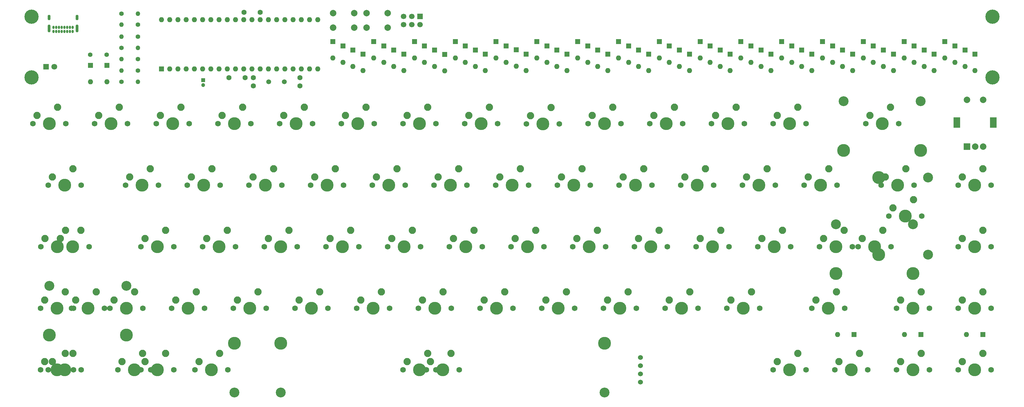
<source format=gbr>
G04 #@! TF.GenerationSoftware,KiCad,Pcbnew,(5.1.7)-1*
G04 #@! TF.CreationDate,2020-12-23T20:22:58-05:00*
G04 #@! TF.ProjectId,Ganjing 65,47616e6a-696e-4672-9036-352e6b696361,rev?*
G04 #@! TF.SameCoordinates,Original*
G04 #@! TF.FileFunction,Soldermask,Bot*
G04 #@! TF.FilePolarity,Negative*
%FSLAX46Y46*%
G04 Gerber Fmt 4.6, Leading zero omitted, Abs format (unit mm)*
G04 Created by KiCad (PCBNEW (5.1.7)-1) date 2020-12-23 20:22:58*
%MOMM*%
%LPD*%
G01*
G04 APERTURE LIST*
%ADD10C,2.250000*%
%ADD11C,3.987800*%
%ADD12C,1.750000*%
%ADD13C,3.048000*%
%ADD14C,2.000000*%
%ADD15O,1.400000X1.400000*%
%ADD16C,1.400000*%
%ADD17O,0.650000X1.000000*%
%ADD18O,0.900000X2.400000*%
%ADD19O,0.900000X1.700000*%
%ADD20R,1.700000X1.700000*%
%ADD21C,1.700000*%
%ADD22C,1.524000*%
%ADD23C,1.500000*%
%ADD24O,1.600000X1.600000*%
%ADD25R,1.600000X1.600000*%
%ADD26C,4.400000*%
%ADD27R,2.000000X2.000000*%
%ADD28R,2.000000X3.200000*%
%ADD29C,1.800000*%
%ADD30R,1.800000X1.800000*%
%ADD31R,1.200000X1.200000*%
%ADD32C,1.200000*%
%ADD33C,1.600000*%
G04 APERTURE END LIST*
D10*
X185896250Y-204470000D03*
D11*
X183356250Y-209550000D03*
D10*
X179546250Y-207010000D03*
D12*
X178276250Y-209550000D03*
X188436250Y-209550000D03*
D13*
X126206250Y-216535000D03*
X240506250Y-216535000D03*
D11*
X126206250Y-201295000D03*
X240506250Y-201295000D03*
D10*
X335915000Y-156845000D03*
D11*
X333375000Y-161925000D03*
D10*
X329565000Y-159385000D03*
D12*
X328295000Y-161925000D03*
X338455000Y-161925000D03*
D13*
X340360000Y-173863000D03*
X340360000Y-149987000D03*
D11*
X325120000Y-173863000D03*
X325120000Y-149987000D03*
D10*
X193040000Y-204470000D03*
D11*
X190500000Y-209550000D03*
D10*
X186690000Y-207010000D03*
D12*
X185420000Y-209550000D03*
X195580000Y-209550000D03*
D13*
X140500100Y-216535000D03*
X240499900Y-216535000D03*
D11*
X140500100Y-201295000D03*
X240499900Y-201295000D03*
D14*
X173500000Y-99100000D03*
X173500000Y-103600000D03*
X167000000Y-99100000D03*
X167000000Y-103600000D03*
X163200000Y-99100000D03*
X163200000Y-103600000D03*
X156700000Y-99100000D03*
X156700000Y-103600000D03*
D15*
X96380000Y-120400000D03*
D16*
X91300000Y-120400000D03*
D15*
X91320000Y-116900000D03*
D16*
X96400000Y-116900000D03*
D15*
X91320000Y-113400000D03*
D16*
X96400000Y-113400000D03*
D15*
X96380000Y-109900000D03*
D16*
X91300000Y-109900000D03*
D15*
X91320000Y-106400000D03*
D16*
X96400000Y-106400000D03*
D15*
X91320000Y-102700000D03*
D16*
X96400000Y-102700000D03*
D15*
X96380000Y-99300000D03*
D16*
X91300000Y-99300000D03*
D17*
X74525000Y-104850000D03*
X76225000Y-104850000D03*
X75375000Y-104850000D03*
X73675000Y-104850000D03*
X72825000Y-104850000D03*
X71975000Y-104850000D03*
X71125000Y-104850000D03*
X70275000Y-104850000D03*
X76225000Y-103525000D03*
X75370000Y-103525000D03*
X74520000Y-103525000D03*
X73670000Y-103525000D03*
X72820000Y-103525000D03*
X71970000Y-103525000D03*
X71120000Y-103525000D03*
X70270000Y-103525000D03*
D18*
X77575000Y-103870000D03*
X68925000Y-103870000D03*
D19*
X77575000Y-100490000D03*
X68925000Y-100490000D03*
D20*
X183540000Y-100130000D03*
D21*
X183540000Y-102670000D03*
X181000000Y-100130000D03*
X181000000Y-102670000D03*
X178460000Y-100130000D03*
X178460000Y-102670000D03*
D22*
X251581250Y-213360000D03*
X251581250Y-210820000D03*
X251581250Y-208280000D03*
X251581250Y-205740000D03*
D23*
X141640000Y-120400000D03*
X136760000Y-120400000D03*
D24*
X156600000Y-113000000D03*
D25*
X156600000Y-107920000D03*
D24*
X169200000Y-113000000D03*
D25*
X169200000Y-107920000D03*
D24*
X181800000Y-113000000D03*
D25*
X181800000Y-107920000D03*
D24*
X194400000Y-113000000D03*
D25*
X194400000Y-107920000D03*
D24*
X207000000Y-113000000D03*
D25*
X207000000Y-107920000D03*
D24*
X219600000Y-113000000D03*
D25*
X219600000Y-107920000D03*
D24*
X232200000Y-113000000D03*
D25*
X232200000Y-107920000D03*
D24*
X244800000Y-113000000D03*
D25*
X244800000Y-107920000D03*
D24*
X257400000Y-113000000D03*
D25*
X257400000Y-107920000D03*
D24*
X270000000Y-113000000D03*
D25*
X270000000Y-107920000D03*
D24*
X282600000Y-113000000D03*
D25*
X282600000Y-107920000D03*
D24*
X295200000Y-113050000D03*
D25*
X295200000Y-107970000D03*
D24*
X307800000Y-113050000D03*
D25*
X307800000Y-107970000D03*
D24*
X320400000Y-113050000D03*
D25*
X320400000Y-107970000D03*
D24*
X336100000Y-114350000D03*
D25*
X336100000Y-109270000D03*
D24*
X159700000Y-114350000D03*
D25*
X159700000Y-109270000D03*
D24*
X172300000Y-114350000D03*
D25*
X172300000Y-109270000D03*
D24*
X184900000Y-114350000D03*
D25*
X184900000Y-109270000D03*
D24*
X197500000Y-114350000D03*
D25*
X197500000Y-109270000D03*
D24*
X210100000Y-114350000D03*
D25*
X210100000Y-109270000D03*
D24*
X222700000Y-114380000D03*
D25*
X222700000Y-109300000D03*
D24*
X235300000Y-114350000D03*
D25*
X235300000Y-109270000D03*
D24*
X247900000Y-114350000D03*
D25*
X247900000Y-109270000D03*
D24*
X260500000Y-114350000D03*
D25*
X260500000Y-109270000D03*
D24*
X273100000Y-114350000D03*
D25*
X273100000Y-109270000D03*
D24*
X285700000Y-114350000D03*
D25*
X285700000Y-109270000D03*
D24*
X298300000Y-114350000D03*
D25*
X298300000Y-109270000D03*
D24*
X310900000Y-114350000D03*
D25*
X310900000Y-109270000D03*
D24*
X323500000Y-114350000D03*
D25*
X323500000Y-109270000D03*
D24*
X339200000Y-115650000D03*
D25*
X339200000Y-110570000D03*
D24*
X162800000Y-115650000D03*
D25*
X162800000Y-110570000D03*
D24*
X175400000Y-115650000D03*
D25*
X175400000Y-110570000D03*
D24*
X188000000Y-115650000D03*
D25*
X188000000Y-110570000D03*
D24*
X200600000Y-115650000D03*
D25*
X200600000Y-110570000D03*
D24*
X213200000Y-115550000D03*
D25*
X213200000Y-110470000D03*
D24*
X225800000Y-115650000D03*
D25*
X225800000Y-110570000D03*
D24*
X238400000Y-115650000D03*
D25*
X238400000Y-110570000D03*
D24*
X251000000Y-115650000D03*
D25*
X251000000Y-110570000D03*
D24*
X263600000Y-115650000D03*
D25*
X263600000Y-110570000D03*
D24*
X276200000Y-115650000D03*
D25*
X276200000Y-110570000D03*
D24*
X288800000Y-115650000D03*
D25*
X288800000Y-110570000D03*
D24*
X301400000Y-115650000D03*
D25*
X301400000Y-110570000D03*
D24*
X314000000Y-115650000D03*
D25*
X314000000Y-110570000D03*
D24*
X326600000Y-115650000D03*
D25*
X326600000Y-110570000D03*
D24*
X165900000Y-116950000D03*
D25*
X165900000Y-111870000D03*
D24*
X191100000Y-116980000D03*
D25*
X191100000Y-111900000D03*
D24*
X203700000Y-116950000D03*
D25*
X203700000Y-111870000D03*
D24*
X216300000Y-116950000D03*
D25*
X216300000Y-111870000D03*
D24*
X228900000Y-116950000D03*
D25*
X228900000Y-111870000D03*
D24*
X241500000Y-116950000D03*
D25*
X241500000Y-111870000D03*
D24*
X254100000Y-116950000D03*
D25*
X254100000Y-111870000D03*
D24*
X266700000Y-116950000D03*
D25*
X266700000Y-111870000D03*
D24*
X279300000Y-116950000D03*
D25*
X279300000Y-111870000D03*
D24*
X291900000Y-116950000D03*
D25*
X291900000Y-111870000D03*
D24*
X304500000Y-116950000D03*
D25*
X304500000Y-111870000D03*
D24*
X317100000Y-116950000D03*
D25*
X317100000Y-111870000D03*
D24*
X329700000Y-116950000D03*
D25*
X329700000Y-111870000D03*
D24*
X342300000Y-116950000D03*
D25*
X342300000Y-111870000D03*
D24*
X333000000Y-113050000D03*
D25*
X333000000Y-107970000D03*
D24*
X345600000Y-113050000D03*
D25*
X345600000Y-107970000D03*
D24*
X348700000Y-114350000D03*
D25*
X348700000Y-109270000D03*
D24*
X351800000Y-115650000D03*
D25*
X351800000Y-110570000D03*
D24*
X354900000Y-116950000D03*
D25*
X354900000Y-111870000D03*
D24*
X312450000Y-198600000D03*
D25*
X317530000Y-198600000D03*
D24*
X333150000Y-198600000D03*
D25*
X338230000Y-198600000D03*
D24*
X352250000Y-198600000D03*
D25*
X357330000Y-198600000D03*
D24*
X178500000Y-116950000D03*
D25*
X178500000Y-111870000D03*
D24*
X86800000Y-120350000D03*
D25*
X86800000Y-115270000D03*
D24*
X81700000Y-120350000D03*
D25*
X81700000Y-115270000D03*
D10*
X326390000Y-166370000D03*
D11*
X323850000Y-171450000D03*
D10*
X320040000Y-168910000D03*
D12*
X318770000Y-171450000D03*
X328930000Y-171450000D03*
D13*
X311943750Y-164465000D03*
X335756250Y-164465000D03*
D11*
X311943750Y-179705000D03*
X335756250Y-179705000D03*
D10*
X83502500Y-185420000D03*
D11*
X80962500Y-190500000D03*
D10*
X77152500Y-187960000D03*
D12*
X75882500Y-190500000D03*
X86042500Y-190500000D03*
D13*
X69056250Y-183515000D03*
X92868750Y-183515000D03*
D11*
X69056250Y-198755000D03*
X92868750Y-198755000D03*
D10*
X73977500Y-185420000D03*
D11*
X71437500Y-190500000D03*
D10*
X67627500Y-187960000D03*
D12*
X66357500Y-190500000D03*
X76517500Y-190500000D03*
D10*
X121602500Y-204470000D03*
D11*
X119062500Y-209550000D03*
D10*
X115252500Y-207010000D03*
D12*
X113982500Y-209550000D03*
X124142500Y-209550000D03*
D10*
X97790000Y-204470000D03*
D11*
X95250000Y-209550000D03*
D10*
X91440000Y-207010000D03*
D12*
X90170000Y-209550000D03*
X100330000Y-209550000D03*
D10*
X73977500Y-204470000D03*
D11*
X71437500Y-209550000D03*
D10*
X67627500Y-207010000D03*
D12*
X66357500Y-209550000D03*
X76517500Y-209550000D03*
D10*
X333533750Y-147320000D03*
D11*
X330993750Y-152400000D03*
D10*
X327183750Y-149860000D03*
D12*
X325913750Y-152400000D03*
X336073750Y-152400000D03*
D10*
X104933750Y-204470000D03*
D11*
X102393750Y-209550000D03*
D10*
X98583750Y-207010000D03*
D12*
X97313750Y-209550000D03*
X107473750Y-209550000D03*
D10*
X76358750Y-204470000D03*
D11*
X73818750Y-209550000D03*
D10*
X70008750Y-207010000D03*
D12*
X68738750Y-209550000D03*
X78898750Y-209550000D03*
D10*
X76358750Y-147320000D03*
D11*
X73818750Y-152400000D03*
D10*
X70008750Y-149860000D03*
D12*
X68738750Y-152400000D03*
X78898750Y-152400000D03*
X314642500Y-190500000D03*
X304482500Y-190500000D03*
D10*
X305752500Y-187960000D03*
D11*
X309562500Y-190500000D03*
D10*
X312102500Y-185420000D03*
D12*
X81280000Y-171450000D03*
X71120000Y-171450000D03*
D10*
X72390000Y-168910000D03*
D11*
X76200000Y-171450000D03*
D10*
X78740000Y-166370000D03*
X328771250Y-128270000D03*
D11*
X326231250Y-133350000D03*
D10*
X322421250Y-130810000D03*
D12*
X321151250Y-133350000D03*
X331311250Y-133350000D03*
D13*
X314325000Y-126365000D03*
X338137500Y-126365000D03*
D11*
X314325000Y-141605000D03*
X338137500Y-141605000D03*
D10*
X214471250Y-147320000D03*
D11*
X211931250Y-152400000D03*
D10*
X208121250Y-149860000D03*
D12*
X206851250Y-152400000D03*
X217011250Y-152400000D03*
D11*
X71463000Y-171475400D03*
D12*
X66383000Y-171475400D03*
X76543000Y-171475400D03*
D10*
X67653000Y-168935400D03*
X74003000Y-166395400D03*
X143033750Y-166370000D03*
D11*
X140493750Y-171450000D03*
D10*
X136683750Y-168910000D03*
D12*
X135413750Y-171450000D03*
X145573750Y-171450000D03*
D10*
X314483750Y-166370000D03*
D11*
X311943750Y-171450000D03*
D10*
X308133750Y-168910000D03*
D12*
X306863750Y-171450000D03*
X317023750Y-171450000D03*
D10*
X95408750Y-185420000D03*
D11*
X92868750Y-190500000D03*
D10*
X89058750Y-187960000D03*
D12*
X87788750Y-190500000D03*
X97948750Y-190500000D03*
D10*
X357346250Y-204470000D03*
D11*
X354806250Y-209550000D03*
D10*
X350996250Y-207010000D03*
D12*
X349726250Y-209550000D03*
X359886250Y-209550000D03*
D10*
X338296250Y-204470000D03*
D11*
X335756250Y-209550000D03*
D10*
X331946250Y-207010000D03*
D12*
X330676250Y-209550000D03*
X340836250Y-209550000D03*
D10*
X319246250Y-204470000D03*
D11*
X316706250Y-209550000D03*
D10*
X312896250Y-207010000D03*
D12*
X311626250Y-209550000D03*
X321786250Y-209550000D03*
D10*
X300196250Y-204470000D03*
D11*
X297656250Y-209550000D03*
D10*
X293846250Y-207010000D03*
D12*
X292576250Y-209550000D03*
X302736250Y-209550000D03*
D10*
X357346250Y-185420000D03*
D11*
X354806250Y-190500000D03*
D10*
X350996250Y-187960000D03*
D12*
X349726250Y-190500000D03*
X359886250Y-190500000D03*
D10*
X338296250Y-185420000D03*
D11*
X335756250Y-190500000D03*
D10*
X331946250Y-187960000D03*
D12*
X330676250Y-190500000D03*
X340836250Y-190500000D03*
D10*
X285908750Y-185420000D03*
D11*
X283368750Y-190500000D03*
D10*
X279558750Y-187960000D03*
D12*
X278288750Y-190500000D03*
X288448750Y-190500000D03*
D10*
X266858750Y-185420000D03*
D11*
X264318750Y-190500000D03*
D10*
X260508750Y-187960000D03*
D12*
X259238750Y-190500000D03*
X269398750Y-190500000D03*
D10*
X247808750Y-185420000D03*
D11*
X245268750Y-190500000D03*
D10*
X241458750Y-187960000D03*
D12*
X240188750Y-190500000D03*
X250348750Y-190500000D03*
D10*
X228758750Y-185420000D03*
D11*
X226218750Y-190500000D03*
D10*
X222408750Y-187960000D03*
D12*
X221138750Y-190500000D03*
X231298750Y-190500000D03*
D10*
X209708750Y-185420000D03*
D11*
X207168750Y-190500000D03*
D10*
X203358750Y-187960000D03*
D12*
X202088750Y-190500000D03*
X212248750Y-190500000D03*
D10*
X190658750Y-185420000D03*
D11*
X188118750Y-190500000D03*
D10*
X184308750Y-187960000D03*
D12*
X183038750Y-190500000D03*
X193198750Y-190500000D03*
D10*
X171608750Y-185420000D03*
D11*
X169068750Y-190500000D03*
D10*
X165258750Y-187960000D03*
D12*
X163988750Y-190500000D03*
X174148750Y-190500000D03*
D10*
X152558750Y-185420000D03*
D11*
X150018750Y-190500000D03*
D10*
X146208750Y-187960000D03*
D12*
X144938750Y-190500000D03*
X155098750Y-190500000D03*
D10*
X133508750Y-185420000D03*
D11*
X130968750Y-190500000D03*
D10*
X127158750Y-187960000D03*
D12*
X125888750Y-190500000D03*
X136048750Y-190500000D03*
D10*
X114458750Y-185420000D03*
D11*
X111918750Y-190500000D03*
D10*
X108108750Y-187960000D03*
D12*
X106838750Y-190500000D03*
X116998750Y-190500000D03*
D10*
X357346250Y-166370000D03*
D11*
X354806250Y-171450000D03*
D10*
X350996250Y-168910000D03*
D12*
X349726250Y-171450000D03*
X359886250Y-171450000D03*
D10*
X295433750Y-166370000D03*
D11*
X292893750Y-171450000D03*
D10*
X289083750Y-168910000D03*
D12*
X287813750Y-171450000D03*
X297973750Y-171450000D03*
D10*
X276383750Y-166370000D03*
D11*
X273843750Y-171450000D03*
D10*
X270033750Y-168910000D03*
D12*
X268763750Y-171450000D03*
X278923750Y-171450000D03*
D10*
X257333750Y-166370000D03*
D11*
X254793750Y-171450000D03*
D10*
X250983750Y-168910000D03*
D12*
X249713750Y-171450000D03*
X259873750Y-171450000D03*
D10*
X238283750Y-166370000D03*
D11*
X235743750Y-171450000D03*
D10*
X231933750Y-168910000D03*
D12*
X230663750Y-171450000D03*
X240823750Y-171450000D03*
D10*
X219233750Y-166370000D03*
D11*
X216693750Y-171450000D03*
D10*
X212883750Y-168910000D03*
D12*
X211613750Y-171450000D03*
X221773750Y-171450000D03*
D10*
X200183750Y-166370000D03*
D11*
X197643750Y-171450000D03*
D10*
X193833750Y-168910000D03*
D12*
X192563750Y-171450000D03*
X202723750Y-171450000D03*
D10*
X181133750Y-166370000D03*
D11*
X178593750Y-171450000D03*
D10*
X174783750Y-168910000D03*
D12*
X173513750Y-171450000D03*
X183673750Y-171450000D03*
D10*
X162083750Y-166370000D03*
D11*
X159543750Y-171450000D03*
D10*
X155733750Y-168910000D03*
D12*
X154463750Y-171450000D03*
X164623750Y-171450000D03*
D10*
X123983750Y-166370000D03*
D11*
X121443750Y-171450000D03*
D10*
X117633750Y-168910000D03*
D12*
X116363750Y-171450000D03*
X126523750Y-171450000D03*
D10*
X104933750Y-166370000D03*
D11*
X102393750Y-171450000D03*
D10*
X98583750Y-168910000D03*
D12*
X97313750Y-171450000D03*
X107473750Y-171450000D03*
D10*
X357346250Y-147320000D03*
D11*
X354806250Y-152400000D03*
D10*
X350996250Y-149860000D03*
D12*
X349726250Y-152400000D03*
X359886250Y-152400000D03*
D10*
X309721250Y-147320000D03*
D11*
X307181250Y-152400000D03*
D10*
X303371250Y-149860000D03*
D12*
X302101250Y-152400000D03*
X312261250Y-152400000D03*
D10*
X290671250Y-147320000D03*
D11*
X288131250Y-152400000D03*
D10*
X284321250Y-149860000D03*
D12*
X283051250Y-152400000D03*
X293211250Y-152400000D03*
D10*
X271621250Y-147320000D03*
D11*
X269081250Y-152400000D03*
D10*
X265271250Y-149860000D03*
D12*
X264001250Y-152400000D03*
X274161250Y-152400000D03*
D10*
X252571250Y-147320000D03*
D11*
X250031250Y-152400000D03*
D10*
X246221250Y-149860000D03*
D12*
X244951250Y-152400000D03*
X255111250Y-152400000D03*
D10*
X233521250Y-147320000D03*
D11*
X230981250Y-152400000D03*
D10*
X227171250Y-149860000D03*
D12*
X225901250Y-152400000D03*
X236061250Y-152400000D03*
D10*
X195421250Y-147320000D03*
D11*
X192881250Y-152400000D03*
D10*
X189071250Y-149860000D03*
D12*
X187801250Y-152400000D03*
X197961250Y-152400000D03*
D10*
X176371250Y-147320000D03*
D11*
X173831250Y-152400000D03*
D10*
X170021250Y-149860000D03*
D12*
X168751250Y-152400000D03*
X178911250Y-152400000D03*
D10*
X157321250Y-147320000D03*
D11*
X154781250Y-152400000D03*
D10*
X150971250Y-149860000D03*
D12*
X149701250Y-152400000D03*
X159861250Y-152400000D03*
D10*
X138271250Y-147320000D03*
D11*
X135731250Y-152400000D03*
D10*
X131921250Y-149860000D03*
D12*
X130651250Y-152400000D03*
X140811250Y-152400000D03*
D10*
X119221250Y-147320000D03*
D11*
X116681250Y-152400000D03*
D10*
X112871250Y-149860000D03*
D12*
X111601250Y-152400000D03*
X121761250Y-152400000D03*
D10*
X100171250Y-147320000D03*
D11*
X97631250Y-152400000D03*
D10*
X93821250Y-149860000D03*
D12*
X92551250Y-152400000D03*
X102711250Y-152400000D03*
D10*
X300196250Y-128270000D03*
D11*
X297656250Y-133350000D03*
D10*
X293846250Y-130810000D03*
D12*
X292576250Y-133350000D03*
X302736250Y-133350000D03*
D10*
X281146250Y-128270000D03*
D11*
X278606250Y-133350000D03*
D10*
X274796250Y-130810000D03*
D12*
X273526250Y-133350000D03*
X283686250Y-133350000D03*
D10*
X262096250Y-128270000D03*
D11*
X259556250Y-133350000D03*
D10*
X255746250Y-130810000D03*
D12*
X254476250Y-133350000D03*
X264636250Y-133350000D03*
D10*
X243046250Y-128270000D03*
D11*
X240506250Y-133350000D03*
D10*
X236696250Y-130810000D03*
D12*
X235426250Y-133350000D03*
X245586250Y-133350000D03*
D10*
X223996250Y-128320000D03*
D11*
X221456250Y-133400000D03*
D10*
X217646250Y-130860000D03*
D12*
X216376250Y-133400000D03*
X226536250Y-133400000D03*
D10*
X204946250Y-128270000D03*
D11*
X202406250Y-133350000D03*
D10*
X198596250Y-130810000D03*
D12*
X197326250Y-133350000D03*
X207486250Y-133350000D03*
D10*
X185896250Y-128270000D03*
D11*
X183356250Y-133350000D03*
D10*
X179546250Y-130810000D03*
D12*
X178276250Y-133350000D03*
X188436250Y-133350000D03*
D10*
X166846250Y-128270000D03*
D11*
X164306250Y-133350000D03*
D10*
X160496250Y-130810000D03*
D12*
X159226250Y-133350000D03*
X169386250Y-133350000D03*
D10*
X147796250Y-128270000D03*
D11*
X145256250Y-133350000D03*
D10*
X141446250Y-130810000D03*
D12*
X140176250Y-133350000D03*
X150336250Y-133350000D03*
D10*
X128746250Y-128270000D03*
D11*
X126206250Y-133350000D03*
D10*
X122396250Y-130810000D03*
D12*
X121126250Y-133350000D03*
X131286250Y-133350000D03*
D10*
X109696250Y-128270000D03*
D11*
X107156250Y-133350000D03*
D10*
X103346250Y-130810000D03*
D12*
X102076250Y-133350000D03*
X112236250Y-133350000D03*
D10*
X90646250Y-128270000D03*
D11*
X88106250Y-133350000D03*
D10*
X84296250Y-130810000D03*
D12*
X83026250Y-133350000D03*
X93186250Y-133350000D03*
D10*
X71596250Y-128270000D03*
D11*
X69056250Y-133350000D03*
D10*
X65246250Y-130810000D03*
D12*
X63976250Y-133350000D03*
X74136250Y-133350000D03*
D26*
X63531250Y-119017531D03*
X63531250Y-100267531D03*
X360331250Y-100267531D03*
X360331250Y-119062500D03*
D27*
X352425000Y-140493750D03*
D14*
X354925000Y-140493750D03*
X357425000Y-140493750D03*
D28*
X349325000Y-132993750D03*
X360525000Y-132993750D03*
D14*
X352425000Y-125993750D03*
X357425000Y-125993750D03*
D24*
X103650000Y-101160000D03*
X151910000Y-116400000D03*
X106190000Y-101160000D03*
X149370000Y-116400000D03*
X108730000Y-101160000D03*
X146830000Y-116400000D03*
X111270000Y-101160000D03*
X144290000Y-116400000D03*
X113810000Y-101160000D03*
X141750000Y-116400000D03*
X116350000Y-101160000D03*
X139210000Y-116400000D03*
X118890000Y-101160000D03*
X136670000Y-116400000D03*
X121430000Y-101160000D03*
X134130000Y-116400000D03*
X123970000Y-101160000D03*
X131590000Y-116400000D03*
X126510000Y-101160000D03*
X129050000Y-116400000D03*
X129050000Y-101160000D03*
X126510000Y-116400000D03*
X131590000Y-101160000D03*
X123970000Y-116400000D03*
X134130000Y-101160000D03*
X121430000Y-116400000D03*
X136670000Y-101160000D03*
X118890000Y-116400000D03*
X139210000Y-101160000D03*
X116350000Y-116400000D03*
X141750000Y-101160000D03*
X113810000Y-116400000D03*
X144290000Y-101160000D03*
X111270000Y-116400000D03*
X146830000Y-101160000D03*
X108730000Y-116400000D03*
X149370000Y-101160000D03*
X106190000Y-116400000D03*
X151910000Y-101160000D03*
D25*
X103650000Y-116400000D03*
D16*
X86750000Y-112000000D03*
X81650000Y-112000000D03*
D29*
X70540000Y-115700000D03*
D30*
X68000000Y-115700000D03*
D31*
X116500000Y-119900000D03*
D32*
X116500000Y-121400000D03*
D33*
X134150000Y-98900000D03*
X129150000Y-98900000D03*
X129500000Y-119150000D03*
X124500000Y-119150000D03*
X132000000Y-119150000D03*
X132000000Y-121650000D03*
X146400000Y-119150000D03*
X146400000Y-121650000D03*
M02*

</source>
